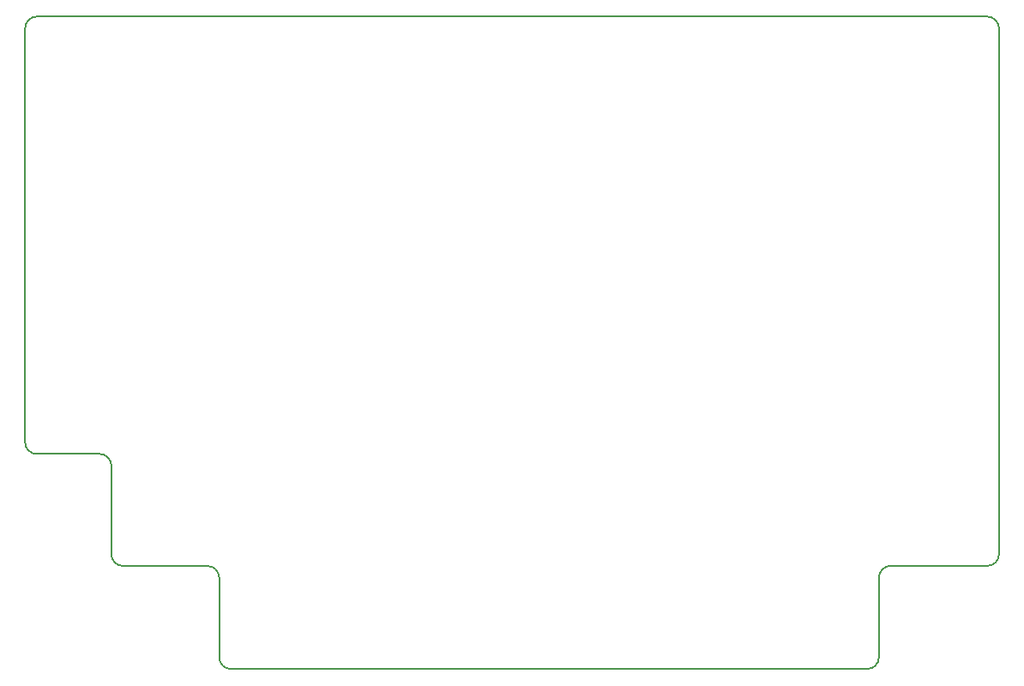
<source format=gm1>
G04 #@! TF.FileFunction,Profile,NP*
%FSLAX46Y46*%
G04 Gerber Fmt 4.6, Leading zero omitted, Abs format (unit mm)*
G04 Created by KiCad (PCBNEW 4.0.7) date 03/28/18 13:44:51*
%MOMM*%
%LPD*%
G01*
G04 APERTURE LIST*
%ADD10C,0.100000*%
%ADD11C,0.150000*%
G04 APERTURE END LIST*
D10*
D11*
X106934000Y-92837000D02*
X113157000Y-92837000D01*
X114300000Y-102743000D02*
X114300000Y-93980000D01*
X114300000Y-93980000D02*
G75*
G03X113157000Y-92837000I-1143000J0D01*
G01*
X105791000Y-91694000D02*
G75*
G03X106934000Y-92837000I1143000J0D01*
G01*
X124942600Y-112915700D02*
X124942600Y-105041700D01*
X115443000Y-103886000D02*
X123799600Y-103898700D01*
X114300000Y-102743000D02*
G75*
G03X115443000Y-103886000I1143000J0D01*
G01*
X124942600Y-105041700D02*
G75*
G03X123799600Y-103898700I-1143000J0D01*
G01*
X191223900Y-103886000D02*
X200787000Y-103886000D01*
X201930000Y-102743000D02*
G75*
G02X200787000Y-103886000I-1143000J0D01*
G01*
X190080900Y-112915700D02*
X190080900Y-105029000D01*
X190080900Y-105029000D02*
G75*
G02X191223900Y-103886000I1143000J0D01*
G01*
X201930000Y-50800000D02*
G75*
G03X200787000Y-49657000I-1143000J0D01*
G01*
X106934000Y-49657000D02*
G75*
G03X105791000Y-50800000I0J-1143000D01*
G01*
X190080900Y-112915700D02*
G75*
G02X188937900Y-114058700I-1143000J0D01*
G01*
X124942600Y-112915700D02*
G75*
G03X126085600Y-114058700I1143000J0D01*
G01*
X201930000Y-102743000D02*
X201930000Y-50800000D01*
X126085600Y-114058700D02*
X188937900Y-114058700D01*
X105791000Y-50800000D02*
X105791000Y-91694000D01*
X200787000Y-49657000D02*
X106934000Y-49657000D01*
M02*

</source>
